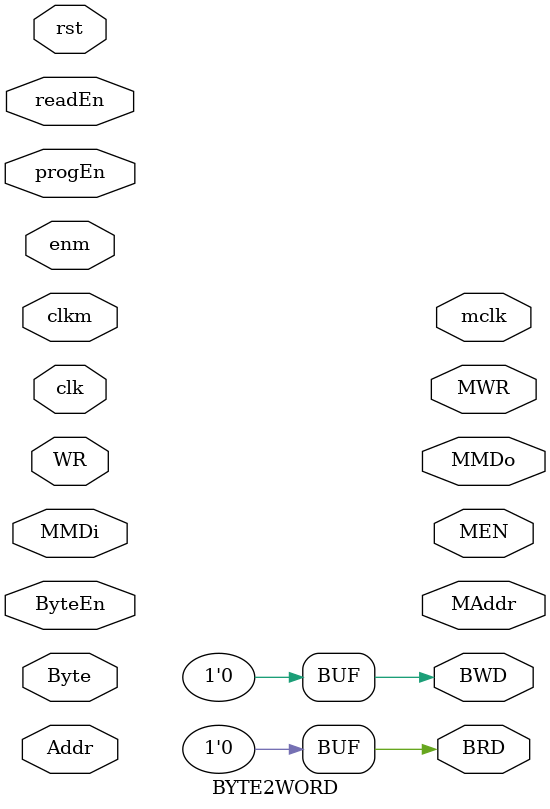
<source format=v>
`timescale 1ns / 1ps
module BYTE2WORD #(parameter ADDR_WIDTH = 12)
		(input clk,
		 input rst,
		 input clkm, 
		 input WR, 
		 input enm,
		 input [ADDR_WIDTH-1:0]Addr, 
		 input [31:0]MMDi, 
		 input progEn,
		 input readEn,
		 input ByteEn, 
		 input [7:0]Byte, 
		 output reg BRD=0,
		 output reg BWD=0,
		 output [ADDR_WIDTH-1:0]MAddr, 
		 output [31:0] MMDo, 
		 output mclk,
		 output MWR, 
		 output MEN );

endmodule

</source>
